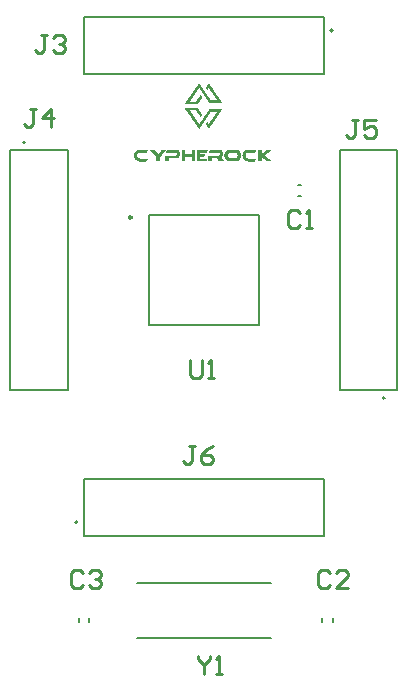
<source format=gbr>
%TF.GenerationSoftware,Altium Limited,Altium Designer,23.4.1 (23)*%
G04 Layer_Color=65535*
%FSLAX45Y45*%
%MOMM*%
%TF.SameCoordinates,2443AD3D-16DC-45C5-9BCC-0FA72C26467A*%
%TF.FilePolarity,Positive*%
%TF.FileFunction,Legend,Top*%
%TF.Part,Single*%
G01*
G75*
%TA.AperFunction,NonConductor*%
%ADD24C,0.20000*%
%ADD25C,0.25000*%
%ADD26C,0.12700*%
%ADD27C,0.25400*%
G36*
X1693764Y6081944D02*
X1695718D01*
Y6079989D01*
Y6078035D01*
X1697673D01*
Y6076080D01*
Y6074126D01*
X1699628D01*
Y6072171D01*
X1701583D01*
Y6070216D01*
X1703537D01*
Y6068262D01*
Y6066307D01*
X1705492D01*
Y6064352D01*
X1707446D01*
Y6062398D01*
Y6060443D01*
X1709401D01*
Y6058489D01*
X1711355D01*
Y6056534D01*
Y6054579D01*
X1713310D01*
Y6052624D01*
Y6050670D01*
X1715265D01*
Y6048715D01*
X1717220D01*
Y6046761D01*
X1719174D01*
Y6044806D01*
Y6042851D01*
X1721129D01*
Y6040897D01*
X1723083D01*
Y6038942D01*
Y6036987D01*
X1725038D01*
Y6035033D01*
X1726992D01*
Y6033078D01*
Y6031124D01*
X1728947D01*
Y6029169D01*
X1730902D01*
Y6027214D01*
X1732857D01*
Y6025259D01*
Y6023305D01*
X1734811D01*
Y6021350D01*
Y6019396D01*
X1736766D01*
Y6017441D01*
X1738720D01*
Y6015487D01*
Y6013532D01*
X1740675D01*
Y6011577D01*
X1742630D01*
Y6009622D01*
Y6007668D01*
X1744584D01*
Y6005713D01*
X1746539D01*
Y6003759D01*
Y6001804D01*
X1748494D01*
Y5999850D01*
X1750448D01*
Y5997895D01*
Y5995940D01*
X1752403D01*
Y5993985D01*
X1754357D01*
Y5992031D01*
X1756312D01*
Y5990076D01*
Y5988122D01*
X1758267D01*
Y5986167D01*
X1760222D01*
Y5984212D01*
Y5982258D01*
X1762176D01*
Y5980303D01*
X1764131D01*
Y5978348D01*
Y5976394D01*
X1766085D01*
Y5974439D01*
X1768040D01*
Y5972485D01*
Y5970530D01*
X1769994D01*
Y5968575D01*
X1771949D01*
Y5966621D01*
Y5964666D01*
X1773904D01*
Y5962711D01*
X1775859D01*
Y5960757D01*
Y5958802D01*
X1777813D01*
Y5956847D01*
X1779768D01*
Y5954893D01*
Y5952938D01*
X1781722D01*
Y5950984D01*
X1783677D01*
Y5949029D01*
Y5947074D01*
X1785632D01*
Y5945120D01*
X1787586D01*
Y5943165D01*
Y5941210D01*
X1789541D01*
Y5939256D01*
X1791496D01*
Y5937301D01*
Y5935347D01*
X1793450D01*
Y5933392D01*
X1795405D01*
Y5931437D01*
X1797360D01*
Y5929482D01*
Y5927528D01*
X1799314D01*
Y5925573D01*
X1801269D01*
Y5923619D01*
Y5921664D01*
X1803223D01*
Y5919710D01*
X1695718D01*
Y5921664D01*
X1693764D01*
Y5923619D01*
X1691809D01*
Y5925573D01*
Y5927528D01*
X1689855D01*
Y5929482D01*
X1687900D01*
Y5931437D01*
X1685945D01*
Y5933392D01*
Y5935347D01*
X1683991D01*
Y5937301D01*
X1682036D01*
Y5939256D01*
Y5941210D01*
X1680081D01*
Y5943165D01*
X1678127D01*
Y5945120D01*
Y5947074D01*
X1676172D01*
Y5949029D01*
X1674217D01*
Y5950984D01*
Y5952938D01*
X1672263D01*
Y5954893D01*
X1670308D01*
Y5956847D01*
Y5958802D01*
X1668354D01*
Y5960757D01*
X1666399D01*
Y5962711D01*
Y5964666D01*
X1664444D01*
Y5966621D01*
X1662490D01*
Y5968575D01*
Y5970530D01*
X1660535D01*
Y5972485D01*
X1658580D01*
Y5974439D01*
Y5976394D01*
X1656626D01*
Y5978348D01*
X1654671D01*
Y5980303D01*
X1652717D01*
Y5982258D01*
Y5984212D01*
X1650762D01*
Y5986167D01*
X1648807D01*
Y5988122D01*
Y5990076D01*
X1646853D01*
Y5992031D01*
X1644898D01*
Y5993985D01*
Y5995940D01*
X1642943D01*
Y5997895D01*
X1640989D01*
Y5999850D01*
Y6001804D01*
X1639034D01*
Y6003759D01*
X1637080D01*
Y6005713D01*
Y6007668D01*
X1635125D01*
Y6009622D01*
X1633170D01*
Y6011577D01*
Y6013532D01*
X1631215D01*
Y6015487D01*
X1629261D01*
Y6017441D01*
Y6019396D01*
X1627306D01*
Y6021350D01*
X1625352D01*
Y6023305D01*
Y6025259D01*
X1623397D01*
Y6027214D01*
X1621443D01*
Y6029169D01*
Y6031124D01*
X1619488D01*
Y6033078D01*
X1617533D01*
Y6035033D01*
Y6036987D01*
X1615578D01*
Y6038942D01*
X1613624D01*
Y6040897D01*
Y6042851D01*
X1609715D01*
Y6040897D01*
X1607760D01*
Y6038942D01*
Y6036987D01*
X1605805D01*
Y6035033D01*
X1603851D01*
Y6033078D01*
Y6031124D01*
X1601896D01*
Y6029169D01*
X1599941D01*
Y6027214D01*
X1597987D01*
Y6025259D01*
Y6023305D01*
X1596032D01*
Y6021350D01*
X1594078D01*
Y6019396D01*
Y6017441D01*
X1592123D01*
Y6015487D01*
X1590168D01*
Y6013532D01*
X1588214D01*
Y6011577D01*
Y6009622D01*
X1586259D01*
Y6007668D01*
X1584304D01*
Y6005713D01*
Y6003759D01*
X1582350D01*
Y6001804D01*
X1580395D01*
Y5999850D01*
Y5997895D01*
X1578440D01*
Y5995940D01*
X1576486D01*
Y5993985D01*
X1574531D01*
Y5992031D01*
Y5990076D01*
X1572576D01*
Y5988122D01*
Y5986167D01*
X1570622D01*
Y5984212D01*
X1568667D01*
Y5982258D01*
X1566713D01*
Y5980303D01*
Y5978348D01*
X1564758D01*
Y5976394D01*
X1562803D01*
Y5974439D01*
Y5972485D01*
X1560849D01*
Y5970530D01*
X1558894D01*
Y5968575D01*
X1556939D01*
Y5966621D01*
Y5964666D01*
X1554985D01*
Y5962711D01*
X1553030D01*
Y5960757D01*
Y5958802D01*
X1551076D01*
Y5956847D01*
X1549121D01*
Y5954893D01*
Y5952938D01*
X1547166D01*
Y5950984D01*
X1545212D01*
Y5949029D01*
X1543257D01*
Y5947074D01*
Y5945120D01*
X1541302D01*
Y5943165D01*
X1539348D01*
Y5941210D01*
Y5939256D01*
X1537393D01*
Y5937301D01*
X1535438D01*
Y5935347D01*
X1533484D01*
Y5933392D01*
Y5931437D01*
X1531529D01*
Y5929482D01*
Y5927528D01*
X1578440D01*
Y5925573D01*
X1582350D01*
Y5927528D01*
X1584304D01*
Y5929482D01*
X1586259D01*
Y5931437D01*
X1588214D01*
Y5933392D01*
Y5935347D01*
X1590168D01*
Y5937301D01*
Y5939256D01*
X1592123D01*
Y5941210D01*
X1594078D01*
Y5943165D01*
X1596032D01*
Y5945120D01*
Y5947074D01*
X1597987D01*
Y5949029D01*
X1599941D01*
Y5950984D01*
Y5952938D01*
X1601896D01*
Y5954893D01*
X1603851D01*
Y5956847D01*
Y5958802D01*
X1605805D01*
Y5960757D01*
X1607760D01*
Y5962711D01*
X1609715D01*
Y5964666D01*
Y5966621D01*
X1611669D01*
Y5968575D01*
X1613624D01*
Y5970530D01*
Y5972485D01*
X1615578D01*
Y5974439D01*
X1617533D01*
Y5976394D01*
X1619488D01*
Y5978348D01*
Y5980303D01*
X1621443D01*
Y5982258D01*
X1623397D01*
Y5984212D01*
Y5986167D01*
X1625352D01*
Y5984212D01*
Y5982258D01*
X1627306D01*
Y5980303D01*
Y5978348D01*
X1629261D01*
Y5976394D01*
X1631215D01*
Y5974439D01*
X1633170D01*
Y5972485D01*
Y5970530D01*
X1635125D01*
Y5968575D01*
X1637080D01*
Y5966621D01*
Y5964666D01*
Y5962711D01*
X1635125D01*
Y5960757D01*
X1633170D01*
Y5958802D01*
X1631215D01*
Y5956847D01*
Y5954893D01*
X1629261D01*
Y5952938D01*
X1627306D01*
Y5950984D01*
Y5949029D01*
X1625352D01*
Y5947074D01*
X1623397D01*
Y5945120D01*
X1621443D01*
Y5943165D01*
Y5941210D01*
X1619488D01*
Y5939256D01*
X1617533D01*
Y5937301D01*
Y5935347D01*
X1615578D01*
Y5933392D01*
X1613624D01*
Y5931437D01*
Y5929482D01*
X1611669D01*
Y5927528D01*
X1609715D01*
Y5925573D01*
X1607760D01*
Y5923619D01*
Y5921664D01*
X1605805D01*
Y5919710D01*
X1603851D01*
Y5917755D01*
Y5915800D01*
X1601896D01*
Y5913845D01*
X1599941D01*
Y5911891D01*
X1597987D01*
Y5909936D01*
Y5907982D01*
X1596032D01*
Y5906027D01*
X1484618D01*
Y5907982D01*
X1486573D01*
Y5909936D01*
X1488527D01*
Y5911891D01*
X1490482D01*
Y5913845D01*
X1492437D01*
Y5915800D01*
Y5917755D01*
X1494391D01*
Y5919710D01*
X1496346D01*
Y5921664D01*
Y5923619D01*
X1498300D01*
Y5925573D01*
X1500255D01*
Y5927528D01*
Y5929482D01*
X1502210D01*
Y5931437D01*
X1504164D01*
Y5933392D01*
Y5935347D01*
X1506119D01*
Y5937301D01*
X1508074D01*
Y5939256D01*
X1510028D01*
Y5941210D01*
Y5943165D01*
X1511983D01*
Y5945120D01*
X1513938D01*
Y5947074D01*
Y5949029D01*
X1515892D01*
Y5950984D01*
X1517847D01*
Y5952938D01*
X1519801D01*
Y5954893D01*
Y5956847D01*
X1521756D01*
Y5958802D01*
X1523711D01*
Y5960757D01*
Y5962711D01*
X1525665D01*
Y5964666D01*
X1527620D01*
Y5966621D01*
Y5968575D01*
X1529575D01*
Y5970530D01*
X1531529D01*
Y5972485D01*
X1533484D01*
Y5974439D01*
Y5976394D01*
X1535438D01*
Y5978348D01*
X1537393D01*
Y5980303D01*
Y5982258D01*
X1539348D01*
Y5984212D01*
X1541302D01*
Y5986167D01*
X1543257D01*
Y5988122D01*
Y5990076D01*
X1545212D01*
Y5992031D01*
X1547166D01*
Y5993985D01*
Y5995940D01*
X1549121D01*
Y5997895D01*
X1551076D01*
Y5999850D01*
X1553030D01*
Y6001804D01*
Y6003759D01*
X1554985D01*
Y6005713D01*
X1556939D01*
Y6007668D01*
Y6009622D01*
X1558894D01*
Y6011577D01*
X1560849D01*
Y6013532D01*
Y6015487D01*
X1562803D01*
Y6017441D01*
X1564758D01*
Y6019396D01*
Y6021350D01*
X1566713D01*
Y6023305D01*
X1568667D01*
Y6025259D01*
Y6027214D01*
X1570622D01*
Y6029169D01*
X1572576D01*
Y6031124D01*
X1574531D01*
Y6033078D01*
Y6035033D01*
X1576486D01*
Y6036987D01*
X1578440D01*
Y6038942D01*
Y6040897D01*
X1580395D01*
Y6042851D01*
X1582350D01*
Y6044806D01*
Y6046761D01*
X1584304D01*
Y6048715D01*
X1586259D01*
Y6050670D01*
X1588214D01*
Y6052624D01*
Y6054579D01*
X1590168D01*
Y6056534D01*
X1592123D01*
Y6058489D01*
Y6060443D01*
X1594078D01*
Y6062398D01*
X1596032D01*
Y6064352D01*
X1597987D01*
Y6066307D01*
Y6068262D01*
X1599941D01*
Y6070216D01*
X1601896D01*
Y6072171D01*
Y6074126D01*
X1603851D01*
Y6076080D01*
X1605805D01*
Y6078035D01*
X1607760D01*
Y6079989D01*
Y6081944D01*
X1609715D01*
Y6083899D01*
X1611669D01*
Y6081944D01*
X1613624D01*
Y6079989D01*
Y6078035D01*
X1615578D01*
Y6076080D01*
X1617533D01*
Y6074126D01*
Y6072171D01*
X1619488D01*
Y6070216D01*
X1621443D01*
Y6068262D01*
Y6066307D01*
X1623397D01*
Y6064352D01*
X1625352D01*
Y6062398D01*
Y6060443D01*
X1627306D01*
Y6058489D01*
X1629261D01*
Y6056534D01*
X1631215D01*
Y6054579D01*
Y6052624D01*
X1633170D01*
Y6050670D01*
X1635125D01*
Y6048715D01*
Y6046761D01*
X1637080D01*
Y6044806D01*
X1639034D01*
Y6042851D01*
Y6040897D01*
X1640989D01*
Y6038942D01*
X1642943D01*
Y6036987D01*
Y6035033D01*
X1644898D01*
Y6033078D01*
Y6031124D01*
X1646853D01*
Y6029169D01*
X1648807D01*
Y6027214D01*
X1650762D01*
Y6025259D01*
Y6023305D01*
X1652717D01*
Y6021350D01*
X1654671D01*
Y6019396D01*
Y6017441D01*
X1656626D01*
Y6015487D01*
X1658580D01*
Y6013532D01*
Y6011577D01*
X1660535D01*
Y6009622D01*
X1662490D01*
Y6007668D01*
Y6005713D01*
X1664444D01*
Y6003759D01*
X1666399D01*
Y6001804D01*
Y5999850D01*
X1668354D01*
Y5997895D01*
X1670308D01*
Y5995940D01*
Y5993985D01*
X1672263D01*
Y5992031D01*
X1674217D01*
Y5990076D01*
X1676172D01*
Y5988122D01*
Y5986167D01*
X1678127D01*
Y5984212D01*
X1680081D01*
Y5982258D01*
Y5980303D01*
X1682036D01*
Y5978348D01*
Y5976394D01*
X1683991D01*
Y5974439D01*
X1685945D01*
Y5972485D01*
X1687900D01*
Y5970530D01*
Y5968575D01*
X1689855D01*
Y5966621D01*
Y5964666D01*
X1691809D01*
Y5962711D01*
X1693764D01*
Y5960757D01*
X1695718D01*
Y5958802D01*
Y5956847D01*
X1697673D01*
Y5954893D01*
X1699628D01*
Y5952938D01*
Y5950984D01*
X1701583D01*
Y5949029D01*
X1703537D01*
Y5947074D01*
Y5945120D01*
X1705492D01*
Y5943165D01*
X1707446D01*
Y5941210D01*
Y5939256D01*
X1760222D01*
Y5941210D01*
Y5943165D01*
X1758267D01*
Y5945120D01*
Y5947074D01*
X1756312D01*
Y5949029D01*
X1754357D01*
Y5950984D01*
Y5952938D01*
X1752403D01*
Y5954893D01*
X1750448D01*
Y5956847D01*
X1748494D01*
Y5958802D01*
Y5960757D01*
X1746539D01*
Y5962711D01*
Y5964666D01*
X1744584D01*
Y5966621D01*
X1742630D01*
Y5968575D01*
X1740675D01*
Y5970530D01*
Y5972485D01*
X1738720D01*
Y5974439D01*
X1736766D01*
Y5976394D01*
Y5978348D01*
X1734811D01*
Y5980303D01*
X1732857D01*
Y5982258D01*
Y5984212D01*
X1730902D01*
Y5986167D01*
X1728947D01*
Y5988122D01*
Y5990076D01*
X1726992D01*
Y5992031D01*
X1725038D01*
Y5993985D01*
X1723083D01*
Y5995940D01*
Y5997895D01*
X1721129D01*
Y5999850D01*
X1719174D01*
Y6001804D01*
Y6003759D01*
X1717220D01*
Y6005713D01*
X1715265D01*
Y6007668D01*
Y6009622D01*
X1713310D01*
Y6011577D01*
X1711355D01*
Y6013532D01*
Y6015487D01*
X1709401D01*
Y6017441D01*
X1707446D01*
Y6019396D01*
Y6021350D01*
X1705492D01*
Y6023305D01*
X1703537D01*
Y6025259D01*
Y6027214D01*
X1701583D01*
Y6029169D01*
X1699628D01*
Y6031124D01*
Y6033078D01*
X1697673D01*
Y6035033D01*
X1695718D01*
Y6036987D01*
X1693764D01*
Y6038942D01*
Y6040897D01*
X1687900D01*
Y6038942D01*
Y6036987D01*
X1685945D01*
Y6035033D01*
X1683991D01*
Y6033078D01*
Y6031124D01*
X1682036D01*
Y6029169D01*
X1680081D01*
Y6027214D01*
Y6025259D01*
X1678127D01*
Y6023305D01*
X1676172D01*
Y6025259D01*
Y6027214D01*
X1674217D01*
Y6029169D01*
Y6031124D01*
X1672263D01*
Y6033078D01*
X1670308D01*
Y6035033D01*
X1668354D01*
Y6036987D01*
Y6038942D01*
X1666399D01*
Y6040897D01*
X1664444D01*
Y6042851D01*
Y6044806D01*
X1666399D01*
Y6046761D01*
X1668354D01*
Y6048715D01*
Y6050670D01*
X1670308D01*
Y6052624D01*
X1672263D01*
Y6054579D01*
Y6056534D01*
X1674217D01*
Y6058489D01*
X1676172D01*
Y6060443D01*
Y6062398D01*
X1678127D01*
Y6064352D01*
X1680081D01*
Y6066307D01*
Y6068262D01*
X1682036D01*
Y6070216D01*
Y6072171D01*
X1683991D01*
Y6074126D01*
X1685945D01*
Y6076080D01*
Y6078035D01*
X1687900D01*
Y6079989D01*
X1689855D01*
Y6081944D01*
Y6083899D01*
X1693764D01*
Y6081944D01*
D02*
G37*
G36*
X1597987Y5872798D02*
Y5870843D01*
X1599941D01*
Y5868889D01*
Y5866934D01*
X1601896D01*
Y5864980D01*
X1603851D01*
Y5863025D01*
X1605805D01*
Y5861070D01*
X1607760D01*
Y5859116D01*
Y5857161D01*
X1609715D01*
Y5855206D01*
Y5853252D01*
X1611669D01*
Y5851297D01*
X1613624D01*
Y5849342D01*
X1615578D01*
Y5847388D01*
Y5845433D01*
X1617533D01*
Y5843479D01*
X1619488D01*
Y5841524D01*
Y5839569D01*
X1621443D01*
Y5837615D01*
X1623397D01*
Y5835660D01*
X1625352D01*
Y5833705D01*
Y5831751D01*
X1627306D01*
Y5829796D01*
X1629261D01*
Y5827842D01*
Y5825887D01*
X1631215D01*
Y5823932D01*
X1633170D01*
Y5821978D01*
Y5820023D01*
X1635125D01*
Y5818068D01*
X1637080D01*
Y5816114D01*
Y5814159D01*
X1635125D01*
Y5812205D01*
Y5810250D01*
X1633170D01*
Y5808295D01*
X1631215D01*
Y5806341D01*
X1629261D01*
Y5804386D01*
Y5802431D01*
X1627306D01*
Y5800477D01*
X1625352D01*
Y5798522D01*
Y5796568D01*
X1623397D01*
Y5798522D01*
X1621443D01*
Y5800477D01*
Y5802431D01*
X1619488D01*
Y5804386D01*
X1617533D01*
Y5806341D01*
Y5808295D01*
X1615578D01*
Y5810250D01*
X1613624D01*
Y5812205D01*
X1611669D01*
Y5814159D01*
Y5816114D01*
X1609715D01*
Y5818068D01*
X1607760D01*
Y5820023D01*
Y5821978D01*
X1605805D01*
Y5823932D01*
X1603851D01*
Y5825887D01*
Y5827842D01*
X1601896D01*
Y5829796D01*
X1599941D01*
Y5831751D01*
X1597987D01*
Y5833705D01*
Y5835660D01*
X1596032D01*
Y5837615D01*
X1594078D01*
Y5839569D01*
Y5841524D01*
X1592123D01*
Y5843479D01*
X1590168D01*
Y5845433D01*
Y5847388D01*
X1588214D01*
Y5849342D01*
X1586259D01*
Y5851297D01*
X1584304D01*
Y5853252D01*
Y5855206D01*
X1531529D01*
Y5853252D01*
Y5851297D01*
Y5849342D01*
X1533484D01*
Y5847388D01*
X1535438D01*
Y5845433D01*
X1537393D01*
Y5843479D01*
Y5841524D01*
X1539348D01*
Y5839569D01*
X1541302D01*
Y5837615D01*
Y5835660D01*
X1543257D01*
Y5833705D01*
X1545212D01*
Y5831751D01*
X1547166D01*
Y5829796D01*
Y5827842D01*
X1549121D01*
Y5825887D01*
X1551076D01*
Y5823932D01*
Y5821978D01*
X1553030D01*
Y5820023D01*
X1554985D01*
Y5818068D01*
Y5816114D01*
X1556939D01*
Y5814159D01*
X1558894D01*
Y5812205D01*
X1560849D01*
Y5810250D01*
Y5808295D01*
X1562803D01*
Y5806341D01*
X1564758D01*
Y5804386D01*
Y5802431D01*
X1566713D01*
Y5800477D01*
X1568667D01*
Y5798522D01*
Y5796568D01*
X1570622D01*
Y5794613D01*
X1572576D01*
Y5792658D01*
X1574531D01*
Y5790704D01*
Y5788749D01*
X1576486D01*
Y5786794D01*
X1578440D01*
Y5784840D01*
Y5782885D01*
X1580395D01*
Y5780930D01*
X1582350D01*
Y5778976D01*
Y5777021D01*
X1584304D01*
Y5775066D01*
X1586259D01*
Y5773112D01*
X1588214D01*
Y5771157D01*
Y5769203D01*
X1590168D01*
Y5767248D01*
X1592123D01*
Y5765293D01*
Y5763339D01*
X1594078D01*
Y5761384D01*
X1596032D01*
Y5759429D01*
X1597987D01*
Y5757475D01*
Y5755520D01*
X1599941D01*
Y5753565D01*
Y5751611D01*
X1601896D01*
Y5749656D01*
X1603851D01*
Y5747702D01*
X1605805D01*
Y5745747D01*
Y5743792D01*
X1607760D01*
Y5741838D01*
X1609715D01*
Y5739883D01*
X1613624D01*
Y5741838D01*
X1615578D01*
Y5743792D01*
Y5745747D01*
X1617533D01*
Y5747702D01*
Y5749656D01*
X1619488D01*
Y5751611D01*
X1621443D01*
Y5753565D01*
X1623397D01*
Y5755520D01*
Y5757475D01*
X1625352D01*
Y5759429D01*
Y5761384D01*
X1627306D01*
Y5763339D01*
X1629261D01*
Y5765293D01*
X1631215D01*
Y5767248D01*
Y5769203D01*
X1633170D01*
Y5771157D01*
X1635125D01*
Y5773112D01*
Y5775066D01*
X1637080D01*
Y5777021D01*
X1639034D01*
Y5778976D01*
Y5780930D01*
X1640989D01*
Y5782885D01*
X1642943D01*
Y5784840D01*
Y5786794D01*
X1644898D01*
Y5788749D01*
X1646853D01*
Y5790704D01*
Y5792658D01*
X1648807D01*
Y5794613D01*
X1650762D01*
Y5796568D01*
Y5798522D01*
X1652717D01*
Y5800477D01*
X1654671D01*
Y5802431D01*
Y5804386D01*
X1656626D01*
Y5806341D01*
X1658580D01*
Y5808295D01*
X1660535D01*
Y5810250D01*
Y5812205D01*
X1662490D01*
Y5814159D01*
Y5816114D01*
X1664444D01*
Y5818068D01*
X1666399D01*
Y5820023D01*
X1668354D01*
Y5821978D01*
Y5823932D01*
X1670308D01*
Y5825887D01*
X1672263D01*
Y5827842D01*
Y5829796D01*
X1674217D01*
Y5831751D01*
X1676172D01*
Y5833705D01*
Y5835660D01*
X1678127D01*
Y5837615D01*
Y5839569D01*
X1680081D01*
Y5841524D01*
X1682036D01*
Y5843479D01*
X1683991D01*
Y5845433D01*
Y5847388D01*
X1685945D01*
Y5849342D01*
X1687900D01*
Y5851297D01*
Y5853252D01*
X1689855D01*
Y5855206D01*
X1691809D01*
Y5857161D01*
Y5859116D01*
X1693764D01*
Y5861070D01*
X1695718D01*
Y5863025D01*
X1803223D01*
Y5861070D01*
X1801269D01*
Y5859116D01*
Y5857161D01*
X1799314D01*
Y5855206D01*
X1797360D01*
Y5853252D01*
Y5851297D01*
X1795405D01*
Y5849342D01*
X1793450D01*
Y5847388D01*
Y5845433D01*
X1791496D01*
Y5843479D01*
X1789541D01*
Y5841524D01*
Y5839569D01*
X1787586D01*
Y5837615D01*
X1785632D01*
Y5835660D01*
X1783677D01*
Y5833705D01*
Y5831751D01*
X1781722D01*
Y5829796D01*
Y5827842D01*
X1779768D01*
Y5825887D01*
X1777813D01*
Y5823932D01*
Y5821978D01*
X1775859D01*
Y5820023D01*
X1773904D01*
Y5818068D01*
Y5816114D01*
X1771949D01*
Y5814159D01*
X1769994D01*
Y5812205D01*
X1768040D01*
Y5810250D01*
Y5808295D01*
X1766085D01*
Y5806341D01*
Y5804386D01*
X1764131D01*
Y5802431D01*
X1762176D01*
Y5800477D01*
X1760222D01*
Y5798522D01*
Y5796568D01*
X1758267D01*
Y5794613D01*
Y5792658D01*
X1756312D01*
Y5790704D01*
X1754357D01*
Y5788749D01*
X1752403D01*
Y5786794D01*
Y5784840D01*
X1750448D01*
Y5782885D01*
X1748494D01*
Y5780930D01*
Y5778976D01*
X1746539D01*
Y5777021D01*
X1744584D01*
Y5775066D01*
Y5773112D01*
X1742630D01*
Y5771157D01*
X1740675D01*
Y5769203D01*
Y5767248D01*
X1738720D01*
Y5765293D01*
X1736766D01*
Y5763339D01*
Y5761384D01*
X1734811D01*
Y5759429D01*
X1732857D01*
Y5757475D01*
Y5755520D01*
X1730902D01*
Y5753565D01*
X1728947D01*
Y5751611D01*
Y5749656D01*
X1726992D01*
Y5747702D01*
X1725038D01*
Y5745747D01*
X1723083D01*
Y5743792D01*
Y5741838D01*
X1721129D01*
Y5739883D01*
Y5737928D01*
X1719174D01*
Y5735974D01*
X1717220D01*
Y5734019D01*
X1715265D01*
Y5732064D01*
Y5730110D01*
X1713310D01*
Y5728155D01*
Y5726201D01*
X1711355D01*
Y5724246D01*
X1709401D01*
Y5722291D01*
Y5720337D01*
X1707446D01*
Y5718382D01*
X1705492D01*
Y5716427D01*
Y5714473D01*
X1703537D01*
Y5712518D01*
X1701583D01*
Y5710564D01*
X1699628D01*
Y5708609D01*
Y5706654D01*
X1697673D01*
Y5704700D01*
X1695718D01*
Y5702745D01*
Y5700790D01*
X1693764D01*
Y5698836D01*
Y5696881D01*
X1691809D01*
Y5698836D01*
X1689855D01*
Y5700790D01*
Y5702745D01*
X1687900D01*
Y5704700D01*
X1685945D01*
Y5706654D01*
X1683991D01*
Y5708609D01*
Y5710564D01*
X1682036D01*
Y5712518D01*
Y5714473D01*
X1680081D01*
Y5716427D01*
X1678127D01*
Y5718382D01*
Y5720337D01*
X1676172D01*
Y5722291D01*
X1674217D01*
Y5724246D01*
Y5726201D01*
X1672263D01*
Y5728155D01*
X1670308D01*
Y5730110D01*
Y5732064D01*
X1668354D01*
Y5734019D01*
X1666399D01*
Y5735974D01*
Y5737928D01*
X1664444D01*
Y5739883D01*
X1666399D01*
Y5741838D01*
Y5743792D01*
X1668354D01*
Y5745747D01*
X1670308D01*
Y5747702D01*
X1672263D01*
Y5749656D01*
Y5751611D01*
X1674217D01*
Y5753565D01*
Y5755520D01*
X1676172D01*
Y5757475D01*
X1678127D01*
Y5755520D01*
X1680081D01*
Y5753565D01*
X1682036D01*
Y5751611D01*
Y5749656D01*
X1683991D01*
Y5747702D01*
X1685945D01*
Y5745747D01*
Y5743792D01*
X1687900D01*
Y5741838D01*
X1689855D01*
Y5739883D01*
X1693764D01*
Y5741838D01*
Y5743792D01*
X1695718D01*
Y5745747D01*
Y5747702D01*
X1697673D01*
Y5749656D01*
X1699628D01*
Y5751611D01*
X1701583D01*
Y5753565D01*
Y5755520D01*
X1703537D01*
Y5757475D01*
X1705492D01*
Y5759429D01*
Y5761384D01*
X1707446D01*
Y5763339D01*
X1709401D01*
Y5765293D01*
Y5767248D01*
X1711355D01*
Y5769203D01*
X1713310D01*
Y5771157D01*
Y5773112D01*
X1715265D01*
Y5775066D01*
X1717220D01*
Y5777021D01*
Y5778976D01*
X1719174D01*
Y5780930D01*
X1721129D01*
Y5782885D01*
Y5784840D01*
X1723083D01*
Y5786794D01*
X1725038D01*
Y5788749D01*
X1726992D01*
Y5790704D01*
Y5792658D01*
X1728947D01*
Y5794613D01*
Y5796568D01*
X1730902D01*
Y5798522D01*
X1732857D01*
Y5800477D01*
X1734811D01*
Y5802431D01*
Y5804386D01*
X1736766D01*
Y5806341D01*
Y5808295D01*
X1738720D01*
Y5810250D01*
X1740675D01*
Y5812205D01*
X1742630D01*
Y5814159D01*
Y5816114D01*
X1744584D01*
Y5818068D01*
X1746539D01*
Y5820023D01*
Y5821978D01*
X1748494D01*
Y5823932D01*
X1750448D01*
Y5825887D01*
X1752403D01*
Y5827842D01*
Y5829796D01*
X1754357D01*
Y5831751D01*
Y5833705D01*
X1756312D01*
Y5835660D01*
X1758267D01*
Y5837615D01*
X1760222D01*
Y5839569D01*
Y5841524D01*
Y5843479D01*
X1709401D01*
Y5841524D01*
X1707446D01*
Y5839569D01*
X1705492D01*
Y5837615D01*
Y5835660D01*
X1703537D01*
Y5833705D01*
X1701583D01*
Y5831751D01*
Y5829796D01*
X1699628D01*
Y5827842D01*
X1697673D01*
Y5825887D01*
X1695718D01*
Y5823932D01*
Y5821978D01*
X1693764D01*
Y5820023D01*
X1691809D01*
Y5818068D01*
Y5816114D01*
X1689855D01*
Y5814159D01*
X1687900D01*
Y5812205D01*
Y5810250D01*
X1685945D01*
Y5808295D01*
X1683991D01*
Y5806341D01*
Y5804386D01*
X1682036D01*
Y5802431D01*
X1680081D01*
Y5800477D01*
Y5798522D01*
X1678127D01*
Y5796568D01*
X1676172D01*
Y5794613D01*
Y5792658D01*
X1674217D01*
Y5790704D01*
X1672263D01*
Y5788749D01*
Y5786794D01*
X1670308D01*
Y5784840D01*
X1668354D01*
Y5782885D01*
Y5780930D01*
X1666399D01*
Y5778976D01*
X1664444D01*
Y5777021D01*
Y5775066D01*
X1662490D01*
Y5773112D01*
X1660535D01*
Y5771157D01*
X1658580D01*
Y5769203D01*
Y5767248D01*
X1656626D01*
Y5765293D01*
Y5763339D01*
X1654671D01*
Y5761384D01*
X1652717D01*
Y5759429D01*
Y5757475D01*
X1650762D01*
Y5755520D01*
X1648807D01*
Y5753565D01*
Y5751611D01*
X1646853D01*
Y5749656D01*
X1644898D01*
Y5747702D01*
X1642943D01*
Y5745747D01*
Y5743792D01*
X1640989D01*
Y5741838D01*
Y5739883D01*
X1639034D01*
Y5737928D01*
X1637080D01*
Y5735974D01*
X1635125D01*
Y5734019D01*
Y5732064D01*
X1633170D01*
Y5730110D01*
Y5728155D01*
X1631215D01*
Y5726201D01*
X1629261D01*
Y5724246D01*
X1627306D01*
Y5722291D01*
Y5720337D01*
X1625352D01*
Y5718382D01*
Y5716427D01*
X1623397D01*
Y5714473D01*
X1621443D01*
Y5712518D01*
X1619488D01*
Y5710564D01*
Y5708609D01*
X1617533D01*
Y5706654D01*
X1615578D01*
Y5704700D01*
Y5702745D01*
X1613624D01*
Y5700790D01*
X1611669D01*
Y5698836D01*
Y5696881D01*
X1609715D01*
Y5698836D01*
Y5700790D01*
X1607760D01*
Y5702745D01*
X1605805D01*
Y5704700D01*
X1603851D01*
Y5706654D01*
Y5708609D01*
X1601896D01*
Y5710564D01*
X1599941D01*
Y5712518D01*
Y5714473D01*
X1597987D01*
Y5716427D01*
X1596032D01*
Y5718382D01*
X1594078D01*
Y5720337D01*
Y5722291D01*
X1592123D01*
Y5724246D01*
X1590168D01*
Y5726201D01*
Y5728155D01*
X1588214D01*
Y5730110D01*
X1586259D01*
Y5732064D01*
Y5734019D01*
X1584304D01*
Y5735974D01*
X1582350D01*
Y5737928D01*
Y5739883D01*
X1580395D01*
Y5741838D01*
X1578440D01*
Y5743792D01*
X1576486D01*
Y5745747D01*
Y5747702D01*
X1574531D01*
Y5749656D01*
X1572576D01*
Y5751611D01*
Y5753565D01*
X1570622D01*
Y5755520D01*
X1568667D01*
Y5757475D01*
X1566713D01*
Y5759429D01*
Y5761384D01*
X1564758D01*
Y5763339D01*
X1562803D01*
Y5765293D01*
Y5767248D01*
X1560849D01*
Y5769203D01*
X1558894D01*
Y5771157D01*
Y5773112D01*
X1556939D01*
Y5775066D01*
X1554985D01*
Y5777021D01*
X1553030D01*
Y5778976D01*
Y5780930D01*
X1551076D01*
Y5782885D01*
X1549121D01*
Y5784840D01*
Y5786794D01*
X1547166D01*
Y5788749D01*
X1545212D01*
Y5790704D01*
Y5792658D01*
X1543257D01*
Y5794613D01*
X1541302D01*
Y5796568D01*
X1539348D01*
Y5798522D01*
Y5800477D01*
X1537393D01*
Y5802431D01*
Y5804386D01*
X1535438D01*
Y5806341D01*
X1533484D01*
Y5808295D01*
X1531529D01*
Y5810250D01*
X1529575D01*
Y5812205D01*
Y5814159D01*
X1527620D01*
Y5816114D01*
Y5818068D01*
X1525665D01*
Y5820023D01*
X1523711D01*
Y5821978D01*
X1521756D01*
Y5823932D01*
Y5825887D01*
X1519801D01*
Y5827842D01*
X1517847D01*
Y5829796D01*
Y5831751D01*
X1515892D01*
Y5833705D01*
X1513938D01*
Y5835660D01*
Y5837615D01*
X1511983D01*
Y5839569D01*
X1510028D01*
Y5841524D01*
X1508074D01*
Y5843479D01*
Y5845433D01*
X1506119D01*
Y5847388D01*
X1504164D01*
Y5849342D01*
Y5851297D01*
X1502210D01*
Y5853252D01*
X1500255D01*
Y5855206D01*
X1498300D01*
Y5857161D01*
Y5859116D01*
X1496346D01*
Y5861070D01*
X1494391D01*
Y5863025D01*
Y5864980D01*
X1492437D01*
Y5866934D01*
X1490482D01*
Y5868889D01*
X1488527D01*
Y5870843D01*
Y5872798D01*
X1486573D01*
Y5874753D01*
X1597987D01*
Y5872798D01*
D02*
G37*
G36*
X2227379Y5519010D02*
X2223470D01*
Y5517055D01*
X2221515D01*
Y5515100D01*
X2219560D01*
Y5513145D01*
X2215651D01*
Y5511191D01*
X2213697D01*
Y5509236D01*
X2211742D01*
Y5507282D01*
X2207833D01*
Y5505327D01*
X2205878D01*
Y5503372D01*
X2201969D01*
Y5501418D01*
X2200014D01*
Y5499463D01*
X2198060D01*
Y5497508D01*
X2196105D01*
Y5495554D01*
X2192196D01*
Y5493599D01*
X2190241D01*
Y5491645D01*
X2186332D01*
Y5489690D01*
X2184377D01*
Y5487735D01*
X2182422D01*
Y5485780D01*
X2180468D01*
Y5483826D01*
X2176559D01*
Y5481871D01*
X2174604D01*
Y5479917D01*
X2172649D01*
Y5477962D01*
X2168740D01*
Y5476008D01*
X2166785D01*
Y5474053D01*
X2164831D01*
Y5472098D01*
Y5470143D01*
X2166785D01*
Y5468189D01*
X2168740D01*
Y5466234D01*
X2172649D01*
Y5464280D01*
X2174604D01*
Y5462325D01*
X2178513D01*
Y5460370D01*
X2180468D01*
Y5458416D01*
X2182422D01*
Y5456461D01*
X2186332D01*
Y5454506D01*
X2188286D01*
Y5452552D01*
X2190241D01*
Y5450597D01*
X2194150D01*
Y5448642D01*
X2196105D01*
Y5446688D01*
X2200014D01*
Y5444733D01*
X2201969D01*
Y5442779D01*
X2203923D01*
Y5440824D01*
X2205878D01*
Y5438869D01*
X2209787D01*
Y5436915D01*
X2211742D01*
Y5434960D01*
X2215651D01*
Y5433005D01*
X2217606D01*
Y5431051D01*
X2219560D01*
Y5429096D01*
X2223470D01*
Y5427142D01*
X2225424D01*
Y5425187D01*
X2227379D01*
Y5423232D01*
X2186332D01*
Y5425187D01*
X2184377D01*
Y5427142D01*
X2180468D01*
Y5429096D01*
X2178513D01*
Y5431051D01*
X2174604D01*
Y5433005D01*
X2172649D01*
Y5434960D01*
X2168740D01*
Y5436915D01*
X2166785D01*
Y5438869D01*
X2162876D01*
Y5440824D01*
X2160922D01*
Y5442779D01*
X2158967D01*
Y5444733D01*
X2155057D01*
Y5446688D01*
X2153103D01*
Y5448642D01*
X2149194D01*
Y5450597D01*
X2147239D01*
Y5452552D01*
X2145285D01*
Y5454506D01*
X2139420D01*
Y5452552D01*
Y5450597D01*
Y5448642D01*
Y5446688D01*
Y5444733D01*
Y5442779D01*
Y5440824D01*
Y5438869D01*
Y5436915D01*
Y5434960D01*
Y5433005D01*
Y5431051D01*
Y5429096D01*
Y5427142D01*
Y5425187D01*
Y5423232D01*
X2110101D01*
Y5425187D01*
Y5427142D01*
Y5429096D01*
Y5431051D01*
Y5433005D01*
Y5434960D01*
Y5436915D01*
Y5438869D01*
Y5440824D01*
Y5442779D01*
Y5444733D01*
Y5446688D01*
Y5448642D01*
Y5450597D01*
Y5452552D01*
Y5454506D01*
Y5456461D01*
Y5458416D01*
Y5460370D01*
Y5462325D01*
Y5464280D01*
Y5466234D01*
Y5468189D01*
Y5470143D01*
Y5472098D01*
Y5474053D01*
Y5476008D01*
Y5477962D01*
Y5479917D01*
Y5481871D01*
Y5483826D01*
Y5485780D01*
Y5487735D01*
Y5489690D01*
Y5491645D01*
Y5493599D01*
Y5495554D01*
Y5497508D01*
Y5499463D01*
Y5501418D01*
Y5503372D01*
Y5505327D01*
Y5507282D01*
Y5509236D01*
Y5511191D01*
Y5513145D01*
Y5515100D01*
Y5517055D01*
Y5519010D01*
Y5520964D01*
X2139420D01*
Y5519010D01*
Y5517055D01*
Y5515100D01*
Y5513145D01*
Y5511191D01*
Y5509236D01*
Y5507282D01*
Y5505327D01*
Y5503372D01*
Y5501418D01*
Y5499463D01*
Y5497508D01*
Y5495554D01*
Y5493599D01*
Y5491645D01*
Y5489690D01*
Y5487735D01*
X2141375D01*
Y5489690D01*
X2145285D01*
Y5491645D01*
X2147239D01*
Y5493599D01*
X2149194D01*
Y5495554D01*
X2153103D01*
Y5497508D01*
X2155057D01*
Y5499463D01*
X2158967D01*
Y5501418D01*
X2160922D01*
Y5503372D01*
X2162876D01*
Y5505327D01*
X2166785D01*
Y5507282D01*
X2168740D01*
Y5509236D01*
X2170694D01*
Y5511191D01*
X2172649D01*
Y5513145D01*
X2176559D01*
Y5515100D01*
X2178513D01*
Y5517055D01*
X2182422D01*
Y5519010D01*
X2184377D01*
Y5520964D01*
X2227379D01*
Y5519010D01*
D02*
G37*
G36*
X1576486D02*
Y5517055D01*
Y5515100D01*
Y5513145D01*
Y5511191D01*
Y5509236D01*
Y5507282D01*
Y5505327D01*
Y5503372D01*
Y5501418D01*
Y5499463D01*
Y5497508D01*
Y5495554D01*
Y5493599D01*
Y5491645D01*
Y5489690D01*
Y5487735D01*
Y5485780D01*
Y5483826D01*
Y5481871D01*
Y5479917D01*
Y5477962D01*
Y5476008D01*
Y5474053D01*
Y5472098D01*
Y5470143D01*
Y5468189D01*
Y5466234D01*
Y5464280D01*
Y5462325D01*
Y5460370D01*
Y5458416D01*
Y5456461D01*
Y5454506D01*
Y5452552D01*
Y5450597D01*
Y5448642D01*
Y5446688D01*
Y5444733D01*
Y5442779D01*
Y5440824D01*
Y5438869D01*
Y5436915D01*
Y5434960D01*
Y5433005D01*
Y5431051D01*
Y5429096D01*
Y5427142D01*
Y5425187D01*
Y5423232D01*
X1547166D01*
Y5425187D01*
Y5427142D01*
Y5429096D01*
Y5431051D01*
Y5433005D01*
Y5434960D01*
Y5436915D01*
Y5438869D01*
Y5440824D01*
Y5442779D01*
Y5444733D01*
Y5446688D01*
Y5448642D01*
Y5450597D01*
Y5452552D01*
Y5454506D01*
Y5456461D01*
Y5458416D01*
Y5460370D01*
X1492437D01*
Y5458416D01*
X1490482D01*
Y5456461D01*
Y5454506D01*
Y5452552D01*
Y5450597D01*
Y5448642D01*
Y5446688D01*
Y5444733D01*
Y5442779D01*
Y5440824D01*
Y5438869D01*
Y5436915D01*
Y5434960D01*
Y5433005D01*
Y5431051D01*
Y5429096D01*
Y5427142D01*
Y5425187D01*
X1492437D01*
Y5423232D01*
X1461162D01*
Y5425187D01*
Y5427142D01*
Y5429096D01*
Y5431051D01*
Y5433005D01*
Y5434960D01*
Y5436915D01*
Y5438869D01*
Y5440824D01*
Y5442779D01*
Y5444733D01*
Y5446688D01*
Y5448642D01*
Y5450597D01*
Y5452552D01*
Y5454506D01*
Y5456461D01*
Y5458416D01*
Y5460370D01*
Y5462325D01*
Y5464280D01*
Y5466234D01*
Y5468189D01*
Y5470143D01*
Y5472098D01*
Y5474053D01*
Y5476008D01*
Y5477962D01*
Y5479917D01*
Y5481871D01*
Y5483826D01*
Y5485780D01*
Y5487735D01*
Y5489690D01*
Y5491645D01*
Y5493599D01*
Y5495554D01*
Y5497508D01*
Y5499463D01*
Y5501418D01*
Y5503372D01*
Y5505327D01*
Y5507282D01*
Y5509236D01*
Y5511191D01*
Y5513145D01*
Y5515100D01*
Y5517055D01*
Y5519010D01*
Y5520964D01*
X1492437D01*
Y5519010D01*
X1490482D01*
Y5517055D01*
Y5515100D01*
Y5513145D01*
Y5511191D01*
Y5509236D01*
Y5507282D01*
Y5505327D01*
Y5503372D01*
Y5501418D01*
Y5499463D01*
Y5497508D01*
Y5495554D01*
Y5493599D01*
Y5491645D01*
Y5489690D01*
Y5487735D01*
Y5485780D01*
X1547166D01*
Y5487735D01*
Y5489690D01*
Y5491645D01*
Y5493599D01*
Y5495554D01*
Y5497508D01*
Y5499463D01*
Y5501418D01*
Y5503372D01*
Y5505327D01*
Y5507282D01*
Y5509236D01*
Y5511191D01*
Y5513145D01*
Y5515100D01*
Y5517055D01*
Y5519010D01*
Y5520964D01*
X1576486D01*
Y5519010D01*
D02*
G37*
G36*
X1332157D02*
Y5517055D01*
X1330202D01*
Y5515100D01*
X1328247D01*
Y5513145D01*
X1326292D01*
Y5511191D01*
X1324338D01*
Y5509236D01*
X1322383D01*
Y5507282D01*
X1320429D01*
Y5505327D01*
Y5503372D01*
X1318474D01*
Y5501418D01*
X1316520D01*
Y5499463D01*
X1314565D01*
Y5497508D01*
X1312610D01*
Y5495554D01*
X1310655D01*
Y5493599D01*
X1308701D01*
Y5491645D01*
Y5489690D01*
X1306746D01*
Y5487735D01*
X1304792D01*
Y5485780D01*
X1302837D01*
Y5483826D01*
X1300883D01*
Y5481871D01*
X1298928D01*
Y5479917D01*
X1296973D01*
Y5477962D01*
Y5476008D01*
X1295018D01*
Y5474053D01*
X1293064D01*
Y5472098D01*
X1291109D01*
Y5470143D01*
X1289155D01*
Y5468189D01*
X1287200D01*
Y5466234D01*
X1285245D01*
Y5464280D01*
Y5462325D01*
X1283291D01*
Y5460370D01*
X1281336D01*
Y5458416D01*
X1279381D01*
Y5456461D01*
Y5454506D01*
Y5452552D01*
Y5450597D01*
Y5448642D01*
Y5446688D01*
Y5444733D01*
Y5442779D01*
Y5440824D01*
Y5438869D01*
Y5436915D01*
Y5434960D01*
Y5433005D01*
Y5431051D01*
Y5429096D01*
Y5427142D01*
Y5425187D01*
Y5423232D01*
X1248107D01*
Y5425187D01*
Y5427142D01*
Y5429096D01*
Y5431051D01*
Y5433005D01*
Y5434960D01*
Y5436915D01*
Y5438869D01*
Y5440824D01*
Y5442779D01*
Y5444733D01*
Y5446688D01*
Y5448642D01*
Y5450597D01*
Y5452552D01*
Y5454506D01*
Y5456461D01*
Y5458416D01*
X1246152D01*
Y5460370D01*
X1244198D01*
Y5462325D01*
X1242243D01*
Y5464280D01*
X1240289D01*
Y5466234D01*
X1238334D01*
Y5468189D01*
Y5470143D01*
X1236380D01*
Y5472098D01*
X1234425D01*
Y5474053D01*
X1232470D01*
Y5476008D01*
X1230515D01*
Y5477962D01*
X1228561D01*
Y5479917D01*
Y5481871D01*
X1224652D01*
Y5483826D01*
X1222697D01*
Y5485780D01*
Y5487735D01*
X1220743D01*
Y5489690D01*
X1218788D01*
Y5491645D01*
X1216833D01*
Y5493599D01*
X1214878D01*
Y5495554D01*
X1212924D01*
Y5497508D01*
Y5499463D01*
X1209015D01*
Y5501418D01*
X1207060D01*
Y5503372D01*
Y5505327D01*
X1205105D01*
Y5507282D01*
X1203151D01*
Y5509236D01*
X1201196D01*
Y5511191D01*
X1199241D01*
Y5513145D01*
X1197287D01*
Y5515100D01*
X1195332D01*
Y5517055D01*
X1193378D01*
Y5519010D01*
X1191423D01*
Y5520964D01*
X1230515D01*
Y5519010D01*
X1232470D01*
Y5517055D01*
X1234425D01*
Y5515100D01*
X1236380D01*
Y5513145D01*
X1238334D01*
Y5511191D01*
X1240289D01*
Y5509236D01*
X1242243D01*
Y5507282D01*
Y5505327D01*
X1244198D01*
Y5503372D01*
X1246152D01*
Y5501418D01*
X1248107D01*
Y5499463D01*
X1250062D01*
Y5497508D01*
X1252017D01*
Y5495554D01*
Y5493599D01*
X1255926D01*
Y5491645D01*
X1257880D01*
Y5489690D01*
Y5487735D01*
X1259835D01*
Y5485780D01*
X1261790D01*
Y5483826D01*
X1265699D01*
Y5485780D01*
X1267654D01*
Y5487735D01*
X1269608D01*
Y5489690D01*
X1271563D01*
Y5491645D01*
Y5493599D01*
X1273517D01*
Y5495554D01*
X1275472D01*
Y5497508D01*
X1277427D01*
Y5499463D01*
X1279381D01*
Y5501418D01*
X1281336D01*
Y5503372D01*
X1283291D01*
Y5505327D01*
Y5507282D01*
X1287200D01*
Y5509236D01*
Y5511191D01*
X1289155D01*
Y5513145D01*
X1291109D01*
Y5515100D01*
X1293064D01*
Y5517055D01*
X1295018D01*
Y5519010D01*
Y5520964D01*
X1332157D01*
Y5519010D01*
D02*
G37*
G36*
X1926365D02*
X1934184D01*
Y5517055D01*
X1940048D01*
Y5515100D01*
X1943957D01*
Y5513145D01*
X1945912D01*
Y5511191D01*
X1949821D01*
Y5509236D01*
X1951776D01*
Y5507282D01*
X1953730D01*
Y5505327D01*
X1955685D01*
Y5503372D01*
X1957639D01*
Y5501418D01*
Y5499463D01*
X1959594D01*
Y5497508D01*
Y5495554D01*
X1961549D01*
Y5493599D01*
X1963503D01*
Y5491645D01*
Y5489690D01*
Y5487735D01*
Y5485780D01*
X1965458D01*
Y5483826D01*
Y5481871D01*
Y5479917D01*
X1967413D01*
Y5477962D01*
Y5476008D01*
Y5474053D01*
Y5472098D01*
Y5470143D01*
Y5468189D01*
Y5466234D01*
Y5464280D01*
X1965458D01*
Y5462325D01*
Y5460370D01*
Y5458416D01*
Y5456461D01*
X1963503D01*
Y5454506D01*
Y5452552D01*
Y5450597D01*
X1961549D01*
Y5448642D01*
X1959594D01*
Y5446688D01*
Y5444733D01*
X1957639D01*
Y5442779D01*
Y5440824D01*
X1955685D01*
Y5438869D01*
X1953730D01*
Y5436915D01*
X1951776D01*
Y5434960D01*
X1949821D01*
Y5433005D01*
X1945912D01*
Y5431051D01*
X1943957D01*
Y5429096D01*
X1940048D01*
Y5427142D01*
X1934184D01*
Y5425187D01*
X1928320D01*
Y5423232D01*
X1859908D01*
Y5425187D01*
X1854044D01*
Y5427142D01*
X1848180D01*
Y5429096D01*
X1844271D01*
Y5431051D01*
X1840361D01*
Y5433005D01*
X1838407D01*
Y5434960D01*
X1836452D01*
Y5436915D01*
X1834497D01*
Y5438869D01*
X1832543D01*
Y5440824D01*
X1830588D01*
Y5442779D01*
X1828634D01*
Y5444733D01*
Y5446688D01*
X1826679D01*
Y5448642D01*
Y5450597D01*
X1824724D01*
Y5452552D01*
Y5454506D01*
Y5456461D01*
X1822770D01*
Y5458416D01*
Y5460370D01*
Y5462325D01*
Y5464280D01*
X1820815D01*
Y5466234D01*
X1822770D01*
Y5468189D01*
Y5470143D01*
X1820815D01*
Y5472098D01*
Y5474053D01*
X1822770D01*
Y5476008D01*
Y5477962D01*
X1820815D01*
Y5479917D01*
X1822770D01*
Y5481871D01*
Y5483826D01*
Y5485780D01*
Y5487735D01*
X1824724D01*
Y5489690D01*
Y5491645D01*
Y5493599D01*
X1826679D01*
Y5495554D01*
Y5497508D01*
X1828634D01*
Y5499463D01*
X1830588D01*
Y5501418D01*
Y5503372D01*
X1832543D01*
Y5505327D01*
X1834497D01*
Y5507282D01*
X1836452D01*
Y5509236D01*
X1838407D01*
Y5511191D01*
X1842316D01*
Y5513145D01*
X1844271D01*
Y5515100D01*
X1848180D01*
Y5517055D01*
X1854044D01*
Y5519010D01*
X1861862D01*
Y5520964D01*
X1926365D01*
Y5519010D01*
D02*
G37*
G36*
X1785632D02*
X1791496D01*
Y5517055D01*
X1795405D01*
Y5515100D01*
X1799314D01*
Y5513145D01*
X1801269D01*
Y5511191D01*
X1803223D01*
Y5509236D01*
X1805178D01*
Y5507282D01*
X1807133D01*
Y5505327D01*
Y5503372D01*
X1809087D01*
Y5501418D01*
X1811042D01*
Y5499463D01*
Y5497508D01*
Y5495554D01*
Y5493599D01*
X1812997D01*
Y5491645D01*
Y5489690D01*
Y5487735D01*
Y5485780D01*
Y5483826D01*
Y5481871D01*
Y5479917D01*
Y5477962D01*
Y5476008D01*
Y5474053D01*
X1811042D01*
Y5472098D01*
Y5470143D01*
Y5468189D01*
X1809087D01*
Y5466234D01*
Y5464280D01*
X1807133D01*
Y5462325D01*
X1805178D01*
Y5460370D01*
X1803223D01*
Y5458416D01*
X1801269D01*
Y5456461D01*
X1799314D01*
Y5454506D01*
X1797360D01*
Y5452552D01*
X1795405D01*
Y5450597D01*
X1797360D01*
Y5448642D01*
X1799314D01*
Y5446688D01*
X1801269D01*
Y5444733D01*
X1803223D01*
Y5442779D01*
X1805178D01*
Y5440824D01*
X1807133D01*
Y5438869D01*
X1809087D01*
Y5436915D01*
X1811042D01*
Y5434960D01*
X1812997D01*
Y5433005D01*
X1814951D01*
Y5431051D01*
X1816906D01*
Y5429096D01*
X1818860D01*
Y5427142D01*
Y5425187D01*
X1820815D01*
Y5423232D01*
X1777813D01*
Y5425187D01*
X1775859D01*
Y5427142D01*
X1773904D01*
Y5429096D01*
X1771949D01*
Y5431051D01*
Y5433005D01*
X1769994D01*
Y5434960D01*
X1768040D01*
Y5436915D01*
X1766085D01*
Y5438869D01*
X1764131D01*
Y5440824D01*
X1762176D01*
Y5442779D01*
X1760222D01*
Y5444733D01*
Y5446688D01*
X1758267D01*
Y5448642D01*
X1717220D01*
Y5446688D01*
Y5444733D01*
Y5442779D01*
Y5440824D01*
Y5438869D01*
Y5436915D01*
Y5434960D01*
Y5433005D01*
Y5431051D01*
Y5429096D01*
Y5427142D01*
Y5425187D01*
Y5423232D01*
X1687900D01*
Y5425187D01*
Y5427142D01*
Y5429096D01*
Y5431051D01*
Y5433005D01*
Y5434960D01*
Y5436915D01*
Y5438869D01*
Y5440824D01*
Y5442779D01*
Y5444733D01*
Y5446688D01*
Y5448642D01*
Y5450597D01*
Y5452552D01*
Y5454506D01*
Y5456461D01*
Y5458416D01*
Y5460370D01*
Y5462325D01*
Y5464280D01*
Y5466234D01*
Y5468189D01*
Y5470143D01*
Y5472098D01*
X1775859D01*
Y5474053D01*
X1777813D01*
Y5476008D01*
X1781722D01*
Y5477962D01*
Y5479917D01*
X1783677D01*
Y5481871D01*
Y5483826D01*
Y5485780D01*
Y5487735D01*
Y5489690D01*
X1781722D01*
Y5491645D01*
X1779768D01*
Y5493599D01*
X1777813D01*
Y5495554D01*
X1687900D01*
Y5497508D01*
X1689855D01*
Y5499463D01*
X1691809D01*
Y5501418D01*
Y5503372D01*
X1693764D01*
Y5505327D01*
X1695718D01*
Y5507282D01*
X1697673D01*
Y5509236D01*
Y5511191D01*
X1699628D01*
Y5513145D01*
X1701583D01*
Y5515100D01*
Y5517055D01*
X1703537D01*
Y5519010D01*
X1705492D01*
Y5520964D01*
X1785632D01*
Y5519010D01*
D02*
G37*
G36*
X1685945D02*
X1683991D01*
Y5517055D01*
Y5515100D01*
X1682036D01*
Y5513145D01*
X1680081D01*
Y5511191D01*
Y5509236D01*
X1678127D01*
Y5507282D01*
X1676172D01*
Y5505327D01*
Y5503372D01*
X1674217D01*
Y5501418D01*
X1672263D01*
Y5499463D01*
Y5497508D01*
X1619488D01*
Y5495554D01*
Y5493599D01*
Y5491645D01*
Y5489690D01*
Y5487735D01*
Y5485780D01*
Y5483826D01*
X1664444D01*
Y5481871D01*
X1662490D01*
Y5479917D01*
Y5477962D01*
X1660535D01*
Y5476008D01*
X1658580D01*
Y5474053D01*
Y5472098D01*
X1656626D01*
Y5470143D01*
X1654671D01*
Y5468189D01*
Y5466234D01*
X1652717D01*
Y5464280D01*
X1650762D01*
Y5462325D01*
Y5460370D01*
X1621443D01*
Y5458416D01*
X1619488D01*
Y5456461D01*
Y5454506D01*
Y5452552D01*
Y5450597D01*
Y5448642D01*
Y5446688D01*
X1676172D01*
Y5444733D01*
Y5442779D01*
Y5440824D01*
Y5438869D01*
Y5436915D01*
Y5434960D01*
Y5433005D01*
Y5431051D01*
Y5429096D01*
Y5427142D01*
Y5425187D01*
Y5423232D01*
X1590168D01*
Y5425187D01*
Y5427142D01*
Y5429096D01*
Y5431051D01*
Y5433005D01*
Y5434960D01*
Y5436915D01*
Y5438869D01*
Y5440824D01*
Y5442779D01*
Y5444733D01*
Y5446688D01*
Y5448642D01*
Y5450597D01*
Y5452552D01*
Y5454506D01*
Y5456461D01*
Y5458416D01*
Y5460370D01*
Y5462325D01*
Y5464280D01*
Y5466234D01*
Y5468189D01*
Y5470143D01*
Y5472098D01*
Y5474053D01*
Y5476008D01*
Y5477962D01*
Y5479917D01*
Y5481871D01*
Y5483826D01*
Y5485780D01*
Y5487735D01*
Y5489690D01*
Y5491645D01*
Y5493599D01*
Y5495554D01*
Y5497508D01*
Y5499463D01*
Y5501418D01*
Y5503372D01*
Y5505327D01*
Y5507282D01*
Y5509236D01*
Y5511191D01*
Y5513145D01*
Y5515100D01*
Y5517055D01*
Y5519010D01*
Y5520964D01*
X1685945D01*
Y5519010D01*
D02*
G37*
G36*
X1422070D02*
X1427934D01*
Y5517055D01*
X1431843D01*
Y5515100D01*
X1435752D01*
Y5513145D01*
X1437707D01*
Y5511191D01*
X1439661D01*
Y5509236D01*
X1441616D01*
Y5507282D01*
X1443571D01*
Y5505327D01*
X1445525D01*
Y5503372D01*
Y5501418D01*
Y5499463D01*
X1447480D01*
Y5497508D01*
Y5495554D01*
X1449434D01*
Y5493599D01*
Y5491645D01*
Y5489690D01*
Y5487735D01*
Y5485780D01*
Y5483826D01*
Y5481871D01*
Y5479917D01*
Y5477962D01*
Y5476008D01*
Y5474053D01*
X1447480D01*
Y5472098D01*
Y5470143D01*
Y5468189D01*
X1445525D01*
Y5466234D01*
Y5464280D01*
X1443571D01*
Y5462325D01*
X1441616D01*
Y5460370D01*
X1439661D01*
Y5458416D01*
X1437707D01*
Y5456461D01*
X1435752D01*
Y5454506D01*
X1433797D01*
Y5452552D01*
X1429888D01*
Y5450597D01*
X1424024D01*
Y5448642D01*
X1353657D01*
Y5446688D01*
Y5444733D01*
Y5442779D01*
Y5440824D01*
Y5438869D01*
Y5436915D01*
Y5434960D01*
Y5433005D01*
Y5431051D01*
Y5429096D01*
Y5427142D01*
Y5425187D01*
Y5423232D01*
X1324338D01*
Y5425187D01*
Y5427142D01*
Y5429096D01*
Y5431051D01*
Y5433005D01*
Y5434960D01*
Y5436915D01*
Y5438869D01*
Y5440824D01*
Y5442779D01*
Y5444733D01*
Y5446688D01*
Y5448642D01*
Y5450597D01*
Y5452552D01*
Y5454506D01*
Y5456461D01*
Y5458416D01*
Y5460370D01*
Y5462325D01*
Y5464280D01*
Y5466234D01*
Y5468189D01*
Y5470143D01*
Y5472098D01*
X1412297D01*
Y5474053D01*
X1414251D01*
Y5476008D01*
X1418160D01*
Y5477962D01*
Y5479917D01*
X1420115D01*
Y5481871D01*
Y5483826D01*
Y5485780D01*
Y5487735D01*
Y5489690D01*
X1418160D01*
Y5491645D01*
X1416206D01*
Y5493599D01*
X1414251D01*
Y5495554D01*
X1324338D01*
Y5497508D01*
X1326292D01*
Y5499463D01*
X1328247D01*
Y5501418D01*
X1330202D01*
Y5503372D01*
X1332157D01*
Y5505327D01*
Y5507282D01*
X1334111D01*
Y5509236D01*
X1336066D01*
Y5511191D01*
X1338020D01*
Y5513145D01*
X1339975D01*
Y5515100D01*
X1341930D01*
Y5517055D01*
Y5519010D01*
X1343884D01*
Y5520964D01*
X1422070D01*
Y5519010D01*
D02*
G37*
G36*
X2098373D02*
X2096418D01*
Y5517055D01*
X2094464D01*
Y5515100D01*
X2092509D01*
Y5513145D01*
Y5511191D01*
X2090555D01*
Y5509236D01*
Y5507282D01*
X2088600D01*
Y5505327D01*
X2086645D01*
Y5503372D01*
X2084691D01*
Y5501418D01*
Y5499463D01*
X2082736D01*
Y5497508D01*
X2080781D01*
Y5495554D01*
X2022143D01*
Y5493599D01*
X2016278D01*
Y5491645D01*
X2014324D01*
Y5489690D01*
X2010415D01*
Y5487735D01*
Y5485780D01*
X2008460D01*
Y5483826D01*
X2006505D01*
Y5481871D01*
Y5479917D01*
X2004551D01*
Y5477962D01*
Y5476008D01*
Y5474053D01*
Y5472098D01*
Y5470143D01*
Y5468189D01*
Y5466234D01*
Y5464280D01*
Y5462325D01*
X2006505D01*
Y5460370D01*
Y5458416D01*
X2008460D01*
Y5456461D01*
X2010415D01*
Y5454506D01*
X2012369D01*
Y5452552D01*
X2014324D01*
Y5450597D01*
X2018233D01*
Y5448642D01*
X2022143D01*
Y5446688D01*
X2096418D01*
Y5444733D01*
X2094464D01*
Y5442779D01*
Y5440824D01*
X2092509D01*
Y5438869D01*
X2090555D01*
Y5436915D01*
Y5434960D01*
X2088600D01*
Y5433005D01*
X2086645D01*
Y5431051D01*
X2084691D01*
Y5429096D01*
Y5427142D01*
X2082736D01*
Y5425187D01*
Y5423232D01*
X2080781D01*
Y5421278D01*
X2020188D01*
Y5423232D01*
X2012369D01*
Y5425187D01*
X2006505D01*
Y5427142D01*
X2000641D01*
Y5429096D01*
X1998687D01*
Y5431051D01*
X1994778D01*
Y5433005D01*
X1992823D01*
Y5434960D01*
X1990868D01*
Y5436915D01*
X1988914D01*
Y5438869D01*
X1986959D01*
Y5440824D01*
X1985004D01*
Y5442779D01*
Y5444733D01*
X1983050D01*
Y5446688D01*
X1981095D01*
Y5448642D01*
Y5450597D01*
X1979140D01*
Y5452552D01*
Y5454506D01*
Y5456461D01*
Y5458416D01*
X1977186D01*
Y5460370D01*
Y5462325D01*
Y5464280D01*
X1975231D01*
Y5466234D01*
Y5468189D01*
Y5470143D01*
Y5472098D01*
Y5474053D01*
Y5476008D01*
Y5477962D01*
X1977186D01*
Y5479917D01*
Y5481871D01*
Y5483826D01*
Y5485780D01*
X1979140D01*
Y5487735D01*
Y5489690D01*
Y5491645D01*
Y5493599D01*
X1981095D01*
Y5495554D01*
X1983050D01*
Y5497508D01*
Y5499463D01*
X1985004D01*
Y5501418D01*
X1986959D01*
Y5503372D01*
Y5505327D01*
X1988914D01*
Y5507282D01*
X1990868D01*
Y5509236D01*
X1994778D01*
Y5511191D01*
X1996732D01*
Y5513145D01*
X1998687D01*
Y5515100D01*
X2002596D01*
Y5517055D01*
X2008460D01*
Y5519010D01*
X2016278D01*
Y5520964D01*
X2098373D01*
Y5519010D01*
D02*
G37*
G36*
X1179695D02*
X1177740D01*
Y5517055D01*
X1175786D01*
Y5515100D01*
Y5513145D01*
X1173831D01*
Y5511191D01*
Y5509236D01*
X1171876D01*
Y5507282D01*
X1169922D01*
Y5505327D01*
X1167967D01*
Y5503372D01*
Y5501418D01*
X1166013D01*
Y5499463D01*
Y5497508D01*
X1164058D01*
Y5495554D01*
X1103464D01*
Y5493599D01*
X1099555D01*
Y5491645D01*
X1095646D01*
Y5489690D01*
X1093691D01*
Y5487735D01*
X1091736D01*
Y5485780D01*
X1089782D01*
Y5483826D01*
Y5481871D01*
X1087827D01*
Y5479917D01*
Y5477962D01*
Y5476008D01*
Y5474053D01*
X1085873D01*
Y5472098D01*
Y5470143D01*
Y5468189D01*
X1087827D01*
Y5466234D01*
Y5464280D01*
Y5462325D01*
Y5460370D01*
X1089782D01*
Y5458416D01*
Y5456461D01*
X1091736D01*
Y5454506D01*
X1093691D01*
Y5452552D01*
X1097601D01*
Y5450597D01*
X1099555D01*
Y5448642D01*
X1105419D01*
Y5446688D01*
X1177740D01*
Y5444733D01*
Y5442779D01*
X1175786D01*
Y5440824D01*
X1173831D01*
Y5438869D01*
Y5436915D01*
X1171876D01*
Y5434960D01*
X1169922D01*
Y5433005D01*
Y5431051D01*
X1167967D01*
Y5429096D01*
X1166013D01*
Y5427142D01*
Y5425187D01*
X1164058D01*
Y5423232D01*
X1162103D01*
Y5421278D01*
X1101510D01*
Y5423232D01*
X1093691D01*
Y5425187D01*
X1087827D01*
Y5427142D01*
X1083918D01*
Y5429096D01*
X1080009D01*
Y5431051D01*
X1078054D01*
Y5433005D01*
X1074145D01*
Y5434960D01*
X1072190D01*
Y5436915D01*
X1070236D01*
Y5438869D01*
X1068281D01*
Y5440824D01*
Y5442779D01*
X1066326D01*
Y5444733D01*
X1064372D01*
Y5446688D01*
Y5448642D01*
X1062417D01*
Y5450597D01*
Y5452552D01*
X1060462D01*
Y5454506D01*
Y5456461D01*
Y5458416D01*
X1058508D01*
Y5460370D01*
Y5462325D01*
Y5464280D01*
Y5466234D01*
Y5468189D01*
X1056553D01*
Y5470143D01*
Y5472098D01*
Y5474053D01*
Y5476008D01*
X1058508D01*
Y5477962D01*
Y5479917D01*
Y5481871D01*
Y5483826D01*
X1060462D01*
Y5485780D01*
Y5487735D01*
Y5489690D01*
X1062417D01*
Y5491645D01*
Y5493599D01*
Y5495554D01*
X1064372D01*
Y5497508D01*
X1066326D01*
Y5499463D01*
Y5501418D01*
X1068281D01*
Y5503372D01*
X1070236D01*
Y5505327D01*
X1072190D01*
Y5507282D01*
X1074145D01*
Y5509236D01*
X1076099D01*
Y5511191D01*
X1078054D01*
Y5513145D01*
X1081963D01*
Y5515100D01*
X1083918D01*
Y5517055D01*
X1091736D01*
Y5519010D01*
X1097601D01*
Y5520964D01*
X1179695D01*
Y5519010D01*
D02*
G37*
%LPC*%
G36*
X1918547Y5495554D02*
X1869681D01*
Y5493599D01*
X1865772D01*
Y5491645D01*
X1861862D01*
Y5489690D01*
X1859908D01*
Y5487735D01*
X1857953D01*
Y5485780D01*
X1855999D01*
Y5483826D01*
Y5481871D01*
X1854044D01*
Y5479917D01*
Y5477962D01*
X1852089D01*
Y5476008D01*
Y5474053D01*
Y5472098D01*
Y5470143D01*
Y5468189D01*
Y5466234D01*
Y5464280D01*
X1854044D01*
Y5462325D01*
Y5460370D01*
X1855999D01*
Y5458416D01*
X1857953D01*
Y5456461D01*
X1859908D01*
Y5454506D01*
X1861862D01*
Y5452552D01*
X1863817D01*
Y5450597D01*
X1867726D01*
Y5448642D01*
X1920501D01*
Y5450597D01*
X1924411D01*
Y5452552D01*
X1926365D01*
Y5454506D01*
X1930275D01*
Y5456461D01*
Y5458416D01*
X1932229D01*
Y5460370D01*
X1934184D01*
Y5462325D01*
Y5464280D01*
Y5466234D01*
X1936138D01*
Y5468189D01*
Y5470143D01*
Y5472098D01*
Y5474053D01*
Y5476008D01*
Y5477962D01*
X1934184D01*
Y5479917D01*
Y5481871D01*
Y5483826D01*
X1932229D01*
Y5485780D01*
X1930275D01*
Y5487735D01*
X1928320D01*
Y5489690D01*
X1926365D01*
Y5491645D01*
X1922456D01*
Y5493599D01*
X1918547D01*
Y5495554D01*
D02*
G37*
%LPD*%
D24*
X579000Y2368000D02*
G03*
X579000Y2368000I-10000J0D01*
G01*
X2741000Y6532000D02*
G03*
X2741000Y6532000I-10000J0D01*
G01*
X137000Y5581000D02*
G03*
X137000Y5581000I-10000J0D01*
G01*
X3183000Y3419000D02*
G03*
X3183000Y3419000I-10000J0D01*
G01*
X1185000Y4965000D02*
X2115000D01*
Y4035000D02*
Y4965000D01*
X1185000Y4035000D02*
X2115000D01*
X1185000D02*
Y4965000D01*
D25*
X1040000Y4950000D02*
G03*
X1040000Y4950000I-12500J0D01*
G01*
D26*
X2445625Y5220250D02*
X2475625D01*
X2445625Y5130250D02*
X2475625D01*
X2653750Y1524875D02*
Y1554875D01*
X2743750Y1524875D02*
Y1554875D01*
X590000Y1524875D02*
Y1554875D01*
X680000Y1524875D02*
Y1554875D01*
X634000Y2253500D02*
Y2736500D01*
X2666000Y2253500D02*
Y2736500D01*
X634000D02*
X2666000D01*
X634000Y2253500D02*
X2666000D01*
Y6163500D02*
Y6646500D01*
X634000Y6163500D02*
Y6646500D01*
Y6163500D02*
X2666000D01*
X634000Y6646500D02*
X2666000D01*
X12500Y5516000D02*
X495500D01*
X12500Y3484000D02*
X495500D01*
Y5516000D01*
X12500Y3484000D02*
Y5516000D01*
X2804500Y3484000D02*
X3287500D01*
X2804500Y5516000D02*
X3287500D01*
X2804500Y3484000D02*
Y5516000D01*
X3287500Y3484000D02*
Y5516000D01*
X1080000Y1854250D02*
X2220000D01*
X1080000Y1384250D02*
X2220000D01*
D27*
X2460625Y4987908D02*
X2435233Y5013300D01*
X2384450D01*
X2359058Y4987908D01*
Y4886342D01*
X2384450Y4860950D01*
X2435233D01*
X2460625Y4886342D01*
X2511409Y4860950D02*
X2562192D01*
X2536801D01*
Y5013300D01*
X2511409Y4987908D01*
X625483Y1939908D02*
X600092Y1965300D01*
X549308D01*
X523916Y1939908D01*
Y1838342D01*
X549308Y1812950D01*
X600092D01*
X625483Y1838342D01*
X676267Y1939908D02*
X701659Y1965300D01*
X752442D01*
X777834Y1939908D01*
Y1914517D01*
X752442Y1889125D01*
X727050D01*
X752442D01*
X777834Y1863733D01*
Y1838342D01*
X752442Y1812950D01*
X701659D01*
X676267Y1838342D01*
X2720983Y1939908D02*
X2695592Y1965300D01*
X2644808D01*
X2619416Y1939908D01*
Y1838342D01*
X2644808Y1812950D01*
X2695592D01*
X2720983Y1838342D01*
X2873334Y1812950D02*
X2771767D01*
X2873334Y1914517D01*
Y1939908D01*
X2847942Y1965300D01*
X2797159D01*
X2771767Y1939908D01*
X1577983Y3013050D02*
X1527200D01*
X1552592D01*
Y2886092D01*
X1527200Y2860700D01*
X1501808D01*
X1476416Y2886092D01*
X1730334Y3013050D02*
X1679550Y2987658D01*
X1628767Y2936875D01*
Y2886092D01*
X1654159Y2860700D01*
X1704942D01*
X1730334Y2886092D01*
Y2911483D01*
X1704942Y2936875D01*
X1628767D01*
X2959108Y5775300D02*
X2908325D01*
X2933717D01*
Y5648342D01*
X2908325Y5622950D01*
X2882933D01*
X2857541Y5648342D01*
X3111459Y5775300D02*
X3009892D01*
Y5699125D01*
X3060675Y5724517D01*
X3086067D01*
X3111459Y5699125D01*
Y5648342D01*
X3086067Y5622950D01*
X3035284D01*
X3009892Y5648342D01*
X228608Y5870550D02*
X177825D01*
X203217D01*
Y5743592D01*
X177825Y5718200D01*
X152433D01*
X127041Y5743592D01*
X355567Y5718200D02*
Y5870550D01*
X279392Y5794375D01*
X380959D01*
X1597058Y1235050D02*
Y1209658D01*
X1647842Y1158875D01*
X1698625Y1209658D01*
Y1235050D01*
X1647842Y1158875D02*
Y1082700D01*
X1749409D02*
X1800192D01*
X1774801D01*
Y1235050D01*
X1749409Y1209658D01*
X323858Y6489675D02*
X273075D01*
X298467D01*
Y6362717D01*
X273075Y6337325D01*
X247683D01*
X222291Y6362717D01*
X374642Y6464283D02*
X400034Y6489675D01*
X450817D01*
X476209Y6464283D01*
Y6438892D01*
X450817Y6413500D01*
X425425D01*
X450817D01*
X476209Y6388108D01*
Y6362717D01*
X450817Y6337325D01*
X400034D01*
X374642Y6362717D01*
X1533558Y3743300D02*
Y3616342D01*
X1558950Y3590950D01*
X1609733D01*
X1635125Y3616342D01*
Y3743300D01*
X1685909Y3590950D02*
X1736692D01*
X1711301D01*
Y3743300D01*
X1685909Y3717908D01*
%TF.MD5,a661c338de59bcd7db04968c6475b4dc*%
M02*

</source>
